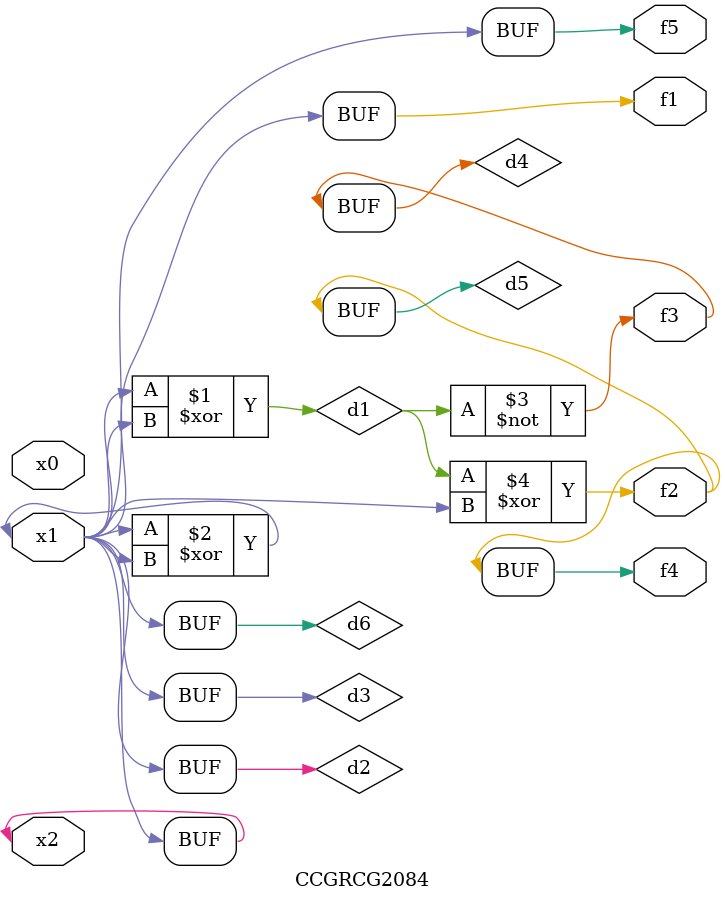
<source format=v>
module CCGRCG2084(
	input x0, x1, x2,
	output f1, f2, f3, f4, f5
);

	wire d1, d2, d3, d4, d5, d6;

	xor (d1, x1, x2);
	buf (d2, x1, x2);
	xor (d3, x1, x2);
	nor (d4, d1);
	xor (d5, d1, d2);
	buf (d6, d2, d3);
	assign f1 = d6;
	assign f2 = d5;
	assign f3 = d4;
	assign f4 = d5;
	assign f5 = d6;
endmodule

</source>
